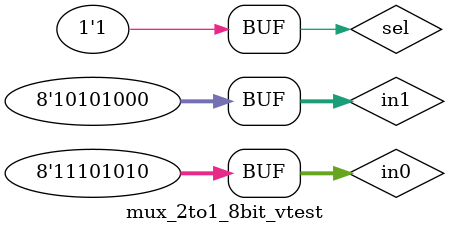
<source format=v>

`timescale 1 ns / 1 ps

module mux_2to1_8bit_vtest();
	//Inputs
	reg sel = 1'b0;
	reg [7:0] in0 = 8'b00000000;
	reg [7:0] in1 = 8'b00000000;
	
	//Output
	wire [7:0] mux_out;
	
	//Instantiate the schematic
	mux_2to1_8bit UUT (
		.sel(sel),
		.mux_out(mux_out),
		.in0(in0),
		.in1(in1)
	);
	
	initial begin
	#100 //Current time: 100ns
	in1 = 8'b01011111;
	#100 //Current time: 200ns
	sel = 1'b1;
	in0 = 8'b01011111;
	in1 = 8'b11001000;
	#100 //Current time: 300ns
	in1 = 8'b10010001;
	#100 //Current time: 400ns
	in0 = 8'b11001000;
	in1 = 8'b00011101;
	#100 //Current time: 500ns
	sel = 1'b0;
	in1 = 8'b11101010;
	#100 //Current time: 600ns
	in0 = 8'b10010001;
	in1 = 8'b01110011;
	#100 //Current time: 700ns
	sel = 1'b1;
	in1 = 8'b01110100;
	#100 //Current time: 800ns
	in0 = 8'b00011101;
	in1 = 8'b10101000;
	#200 //Current time: 1000ns
	in0 = 8'b11101010;
	end
endmodule

</source>
